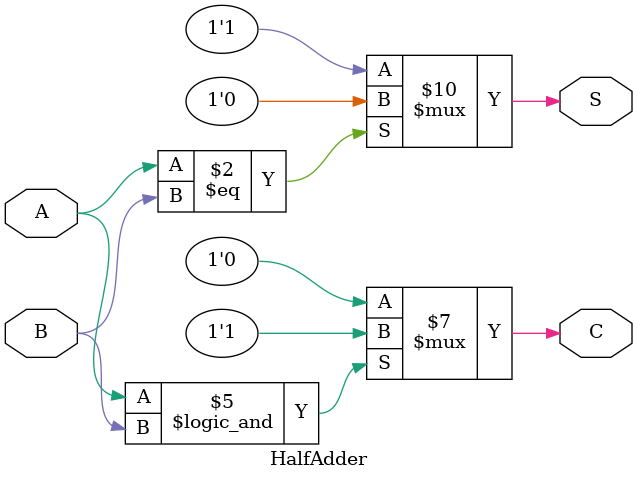
<source format=v>
module HalfAdder(A, B, S, C);
  input A, B;
  output S, C;

  reg S, C;

  always @(A or B)
  begin
    if (A == B) S = 0;
    else S = 1;

    if (A == 1 && B == 1) C = 1;
    else C = 0;
  end

endmodule

</source>
